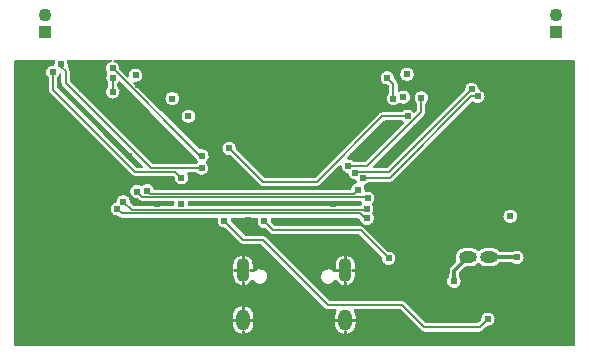
<source format=gbl>
G04 Layer: BottomLayer*
G04 EasyEDA Pro v2.2.40.8, 2025-08-10 13:50:58*
G04 Gerber Generator version 0.3*
G04 Scale: 100 percent, Rotated: No, Reflected: No*
G04 Dimensions in millimeters*
G04 Leading zeros omitted, absolute positions, 4 integers and 5 decimals*
G04 Generated by one-click*
%FSLAX45Y45*%
%MOMM*%
%ADD10C,0.2032*%
%ADD11C,0.254*%
%ADD12R,1.1X1.1*%
%ADD13C,1.1*%
%ADD14O,1.1X2.0*%
%ADD15O,1.2X1.8*%
%ADD16O,1.5X1.0*%
%ADD17C,0.61*%
%ADD18C,0.1523*%
%ADD19C,0.154*%
%ADD20C,0.2*%
%ADD21C,0.3*%
G75*


G04 Copper Start*
G36*
G01X-2364186Y944834D02*
G01X-2034849Y944834D01*
G01X-2038825Y934519D01*
G01X-2041032Y923686D01*
G01X-2041408Y912637D01*
G01X-2055165Y912162D01*
G01X-2068527Y908858D01*
G01X-2080919Y902866D01*
G01X-2091807Y894444D01*
G01X-2100722Y883957D01*
G01X-2107280Y871855D01*
G01X-2111198Y858659D01*
G01X-2112308Y844939D01*
G01X-2110561Y831286D01*
G01X-2106033Y818287D01*
G01X-2098919Y806503D01*
G01X-2089525Y796442D01*
G01X-2089525Y701014D01*
G01X-2088043Y689752D01*
G01X-2083696Y679257D01*
G01X-2076780Y670245D01*
G01X-1380766Y-25769D01*
G01X-1371754Y-32684D01*
G01X-1361260Y-37031D01*
G01X-1349997Y-38514D01*
G01X-1025479Y-38514D01*
G01X-1023630Y-40363D01*
G01X-1022863Y-56030D01*
G01X-1018438Y-71079D01*
G01X-1010602Y-84667D01*
G01X-999794Y-96035D01*
G01X-986619Y-104546D01*
G01X-971812Y-109724D01*
G01X-956204Y-111280D01*
G01X-940667Y-109127D01*
G01X-926070Y-103384D01*
G01X-913231Y-94373D01*
G01X-902867Y-82599D01*
G01X-895558Y-68720D01*
G01X-891714Y-53513D01*
G01X-891549Y-37828D01*
G01X-895073Y-22544D01*
G01X-902088Y-8514D01*
G01X-835039Y-8514D01*
G01X-823432Y-19041D01*
G01X-809678Y-26551D01*
G01X-794546Y-30623D01*
G01X-778882Y-31031D01*
G01X-763558Y-27753D01*
G01X-749432Y-20970D01*
G01X-737292Y-11062D01*
G01X-727816Y1418D01*
G01X-721533Y15774D01*
G01X-718793Y31203D01*
G01X-719751Y46843D01*
G01X-724351Y61823D01*
G01X-732338Y75305D01*
G01X-743266Y86536D01*
G01X-731949Y97078D01*
G01X-723382Y109954D01*
G01X-718030Y124465D01*
G01X-716185Y139821D01*
G01X-717947Y155186D01*
G01X-723220Y169726D01*
G01X-731718Y182648D01*
G01X-742978Y193251D01*
G01X-756388Y200957D01*
G01X-771218Y205347D01*
G01X-786662Y206183D01*
G01X-801879Y203419D01*
G01X-1073460Y474999D01*
G01X-963812Y474999D01*
G01X-961885Y459129D01*
G01X-956216Y444181D01*
G01X-947135Y431025D01*
G01X-935169Y420424D01*
G01X-921013Y412994D01*
G01X-905491Y409168D01*
G01X-889505Y409168D01*
G01X-873983Y412994D01*
G01X-859827Y420424D01*
G01X-847861Y431025D01*
G01X-838780Y444181D01*
G01X-833111Y459129D01*
G01X-831184Y474999D01*
G01X-833111Y490869D01*
G01X-838780Y505817D01*
G01X-847861Y518973D01*
G01X-859827Y529574D01*
G01X-873983Y537004D01*
G01X-889505Y540830D01*
G01X-905491Y540830D01*
G01X-921013Y537004D01*
G01X-935169Y529574D01*
G01X-947135Y518973D01*
G01X-956216Y505817D01*
G01X-961885Y490869D01*
G01X-963812Y474999D01*
G01X-963812Y474999D01*
G01X-1073460Y474999D01*
G01X-1223951Y625490D01*
G01X-1101312Y625490D01*
G01X-1099385Y609620D01*
G01X-1093716Y594673D01*
G01X-1084635Y581516D01*
G01X-1072669Y570915D01*
G01X-1058513Y563486D01*
G01X-1042991Y559660D01*
G01X-1027005Y559660D01*
G01X-1011483Y563486D01*
G01X-997327Y570915D01*
G01X-985361Y581516D01*
G01X-976280Y594673D01*
G01X-970611Y609620D01*
G01X-968684Y625490D01*
G01X-970611Y641360D01*
G01X-976280Y656308D01*
G01X-985361Y669465D01*
G01X-997327Y680066D01*
G01X-1011483Y687495D01*
G01X-1027005Y691321D01*
G01X-1042991Y691321D01*
G01X-1058513Y687495D01*
G01X-1072669Y680066D01*
G01X-1084635Y669465D01*
G01X-1093716Y656308D01*
G01X-1099385Y641360D01*
G01X-1101312Y625490D01*
G01X-1101312Y625490D01*
G01X-1223951Y625490D01*
G01X-1355690Y757229D01*
G01X-1340559Y756510D01*
G01X-1325660Y759243D01*
G01X-1311770Y765286D01*
G01X-1299614Y774324D01*
G01X-1289825Y785884D01*
G01X-1282916Y799364D01*
G01X-1281801Y803828D01*
G01X719027Y803828D01*
G01X720047Y787813D01*
G01X724885Y772512D01*
G01X733257Y758821D01*
G01X744672Y747543D01*
G01X758462Y739336D01*
G01X773820Y734682D01*
G01X789846Y733854D01*
G01X793984Y729716D01*
G01X793984Y675040D01*
G01X793984Y675040D01*
G01X783594Y663623D01*
G01X776124Y650114D01*
G01X771981Y635244D01*
G01X771387Y619819D01*
G01X774376Y604674D01*
G01X780785Y590631D01*
G01X790268Y578450D01*
G01X802309Y568791D01*
G01X816258Y562178D01*
G01X831358Y558970D01*
G01X846790Y559339D01*
G01X861719Y563266D01*
G01X875335Y570538D01*
G01X886901Y580762D01*
G01X901445Y573816D01*
G01X917235Y570584D01*
G01X933338Y571257D01*
G01X948804Y575795D01*
G01X962717Y583930D01*
G01X974258Y595181D01*
G01X982743Y608883D01*
G01X987672Y624228D01*
G01X988754Y640309D01*
G01X985924Y656176D01*
G01X979350Y670892D01*
G01X969421Y683587D01*
G01X956721Y693511D01*
G01X942003Y700079D01*
G01X926135Y702903D01*
G01X910055Y701814D01*
G01X894712Y696879D01*
G01X881012Y688388D01*
G01X881012Y747740D01*
G01X879530Y759002D01*
G01X875183Y769497D01*
G01X868267Y778509D01*
G01X851384Y795392D01*
G01X850556Y811418D01*
G01X845902Y826776D01*
G01X844077Y829842D01*
G01X886444Y829842D01*
G01X888371Y813972D01*
G01X894039Y799025D01*
G01X903121Y785868D01*
G01X915087Y775267D01*
G01X929242Y767838D01*
G01X944764Y764012D01*
G01X960751Y764012D01*
G01X976273Y767838D01*
G01X990428Y775267D01*
G01X1002394Y785868D01*
G01X1011476Y799025D01*
G01X1017145Y813972D01*
G01X1019072Y829842D01*
G01X1017145Y845712D01*
G01X1011476Y860660D01*
G01X1002394Y873817D01*
G01X990428Y884418D01*
G01X976273Y891847D01*
G01X960751Y895673D01*
G01X944764Y895673D01*
G01X929242Y891847D01*
G01X915087Y884418D01*
G01X903121Y873817D01*
G01X894039Y860660D01*
G01X888371Y845712D01*
G01X886444Y829842D01*
G01X886444Y829842D01*
G01X844077Y829842D01*
G01X837695Y840566D01*
G01X826416Y851981D01*
G01X812726Y860353D01*
G01X797425Y865191D01*
G01X781410Y866211D01*
G01X765619Y863355D01*
G01X750976Y856789D01*
G01X738339Y846898D01*
G01X728449Y834261D01*
G01X721883Y819619D01*
G01X719027Y803828D01*
G01X-1281801Y803828D01*
G01X-1279245Y814060D01*
G01X-1279006Y829206D01*
G01X-1282209Y844011D01*
G01X-1288689Y857702D01*
G01X-1298106Y869567D01*
G01X-1309970Y878984D01*
G01X-1323662Y885464D01*
G01X-1338467Y888667D01*
G01X-1353613Y888428D01*
G01X-1368309Y884757D01*
G01X-1381789Y877847D01*
G01X-1393349Y868059D01*
G01X-1402386Y855903D01*
G01X-1408429Y842013D01*
G01X-1411163Y827114D01*
G01X-1410444Y811983D01*
G01X-1473844Y875383D01*
G01X-1474622Y891119D01*
G01X-1479091Y906228D01*
G01X-1486998Y919856D01*
G01X-1497896Y931234D01*
G01X-1511172Y939720D01*
G01X-1526074Y944834D01*
G01X2364186Y944834D01*
G01X2364186Y-1464186D01*
G01X-2364186Y-1464186D01*
G01X-2364186Y-1220013D01*
G01X-530825Y-1220013D01*
G01X-530825Y-1280013D01*
G01X-528984Y-1298706D01*
G01X-523532Y-1316680D01*
G01X-514678Y-1333245D01*
G01X-502762Y-1347764D01*
G01X-488243Y-1359680D01*
G01X-471678Y-1368534D01*
G01X-453704Y-1373986D01*
G01X-435011Y-1375827D01*
G01X-416319Y-1373986D01*
G01X-398345Y-1368534D01*
G01X-381780Y-1359680D01*
G01X-367261Y-1347764D01*
G01X-355345Y-1333245D01*
G01X-346491Y-1316680D01*
G01X-341038Y-1298706D01*
G01X-339197Y-1280013D01*
G01X-339197Y-1220013D01*
G01X-341038Y-1201321D01*
G01X-346491Y-1183347D01*
G01X-355345Y-1166782D01*
G01X-367261Y-1152263D01*
G01X-381780Y-1140347D01*
G01X-398345Y-1131493D01*
G01X-416319Y-1126041D01*
G01X-435011Y-1124200D01*
G01X-453704Y-1126041D01*
G01X-471678Y-1131493D01*
G01X-488243Y-1140347D01*
G01X-502762Y-1152263D01*
G01X-514678Y-1166782D01*
G01X-523532Y-1183347D01*
G01X-528984Y-1201321D01*
G01X-530825Y-1220013D01*
G01X-530825Y-1220013D01*
G01X-2364186Y-1220013D01*
G01X-2364186Y-784999D01*
G01X-525825Y-784999D01*
G01X-525825Y-874999D01*
G01X-523906Y-893570D01*
G01X-518230Y-911355D01*
G01X-509037Y-927605D01*
G01X-496715Y-941631D01*
G01X-481785Y-952841D01*
G01X-464879Y-960761D01*
G01X-446710Y-965056D01*
G01X-428047Y-965545D01*
G01X-409678Y-962208D01*
G01X-392380Y-955185D01*
G01X-376884Y-944772D01*
G01X-363844Y-931411D01*
G01X-353812Y-915666D01*
G01X-344507Y-928977D01*
G01X-332415Y-939818D01*
G01X-318171Y-947619D01*
G01X-302524Y-951970D01*
G01X-286298Y-952642D01*
G01X-270345Y-949599D01*
G01X-255505Y-943002D01*
G01X-242558Y-933198D01*
G01X-232185Y-920702D01*
G01X-224932Y-906171D01*
G01X-221180Y-890370D01*
G01X-221127Y-874129D01*
G01X-224775Y-858304D01*
G01X-231932Y-843726D01*
G01X-242222Y-831162D01*
G01X-255104Y-821272D01*
G01X-269901Y-814578D01*
G01X-285833Y-811430D01*
G01X-302064Y-811995D01*
G01X-317739Y-816243D01*
G01X-332034Y-823950D01*
G01X-344197Y-834712D01*
G01X-344197Y-784999D01*
G01X-344197Y-784999D01*
G01X-346182Y-766118D01*
G01X-352049Y-748062D01*
G01X-361541Y-731620D01*
G01X-374245Y-717511D01*
G01X-389604Y-706352D01*
G01X-406948Y-698630D01*
G01X-425519Y-694683D01*
G01X-444504Y-694683D01*
G01X-463074Y-698630D01*
G01X-480418Y-706352D01*
G01X-495778Y-717511D01*
G01X-508481Y-731620D01*
G01X-517974Y-748062D01*
G01X-523841Y-766118D01*
G01X-525825Y-784999D01*
G01X-2364186Y-784999D01*
G01X-2364186Y-305555D01*
G01X-1566161Y-305555D01*
G01X-1565601Y-319671D01*
G01X-1562063Y-333348D01*
G01X-1555709Y-345966D01*
G01X-1546826Y-356951D01*
G01X-1535817Y-365805D01*
G01X-1523183Y-372126D01*
G01X-1509497Y-375628D01*
G01X-1495379Y-376151D01*
G01X-1493261Y-378269D01*
G01X-1484249Y-385184D01*
G01X-1473755Y-389531D01*
G01X-1462493Y-391013D01*
G01X-658537Y-391013D01*
G01X-661233Y-406750D01*
G01X-660090Y-422676D01*
G01X-655174Y-437866D01*
G01X-646769Y-451441D01*
G01X-635363Y-462614D01*
G01X-621618Y-470736D01*
G01X-606329Y-475338D01*
G01X-590384Y-476152D01*
G01X-463268Y-603268D01*
G01X-454256Y-610183D01*
G01X-443761Y-614530D01*
G01X-432499Y-616013D01*
G01X-288024Y-616013D01*
G01X249230Y-1153267D01*
G01X258242Y-1160182D01*
G01X268737Y-1164529D01*
G01X279999Y-1166012D01*
G01X350840Y-1166012D01*
G01X341704Y-1182775D01*
G01X336074Y-1201017D01*
G01X334172Y-1220013D01*
G01X334172Y-1280013D01*
G01X336013Y-1298706D01*
G01X341465Y-1316680D01*
G01X350319Y-1333245D01*
G01X362235Y-1347764D01*
G01X376754Y-1359680D01*
G01X393319Y-1368534D01*
G01X411293Y-1373986D01*
G01X429986Y-1375827D01*
G01X448678Y-1373986D01*
G01X466652Y-1368534D01*
G01X483217Y-1359680D01*
G01X497736Y-1347764D01*
G01X509652Y-1333245D01*
G01X518506Y-1316680D01*
G01X523959Y-1298706D01*
G01X525800Y-1280013D01*
G01X525800Y-1220013D01*
G01X523898Y-1201017D01*
G01X518267Y-1182775D01*
G01X509132Y-1166012D01*
G01X890056Y-1166012D01*
G01X1067310Y-1343266D01*
G01X1076322Y-1350182D01*
G01X1086817Y-1354529D01*
G01X1098079Y-1356011D01*
G01X1567497Y-1356011D01*
G01X1578759Y-1354529D01*
G01X1589254Y-1350182D01*
G01X1598266Y-1343266D01*
G01X1632882Y-1308651D01*
G01X1648908Y-1307822D01*
G01X1664265Y-1303169D01*
G01X1678055Y-1294962D01*
G01X1689471Y-1283683D01*
G01X1697842Y-1269993D01*
G01X1702680Y-1254692D01*
G01X1703701Y-1238677D01*
G01X1700844Y-1222886D01*
G01X1694279Y-1208243D01*
G01X1684388Y-1195606D01*
G01X1671751Y-1185716D01*
G01X1657108Y-1179150D01*
G01X1641317Y-1176294D01*
G01X1625302Y-1177314D01*
G01X1610002Y-1182152D01*
G01X1596311Y-1190524D01*
G01X1585032Y-1201939D01*
G01X1576825Y-1215729D01*
G01X1572172Y-1231087D01*
G01X1571343Y-1247113D01*
G01X1549473Y-1268983D01*
G01X1116104Y-1268983D01*
G01X938849Y-1091729D01*
G01X929837Y-1084814D01*
G01X919342Y-1080466D01*
G01X908080Y-1078984D01*
G01X298024Y-1078984D01*
G01X93177Y-874138D01*
G01X216126Y-874138D01*
G01X216181Y-890375D01*
G01X216181Y-890375D01*
G01X219933Y-906173D01*
G01X227185Y-920701D01*
G01X237555Y-933195D01*
G01X250499Y-942999D01*
G01X265336Y-949596D01*
G01X281285Y-952641D01*
G01X297509Y-951973D01*
G01X313154Y-947626D01*
G01X327398Y-939831D01*
G01X339491Y-928995D01*
G01X348799Y-915690D01*
G01X358834Y-931431D01*
G01X371876Y-944787D01*
G01X387373Y-955194D01*
G01X404671Y-962213D01*
G01X423038Y-965547D01*
G01X441699Y-965054D01*
G01X459866Y-960756D01*
G01X476769Y-952835D01*
G01X491696Y-941625D01*
G01X504015Y-927600D01*
G01X510284Y-916517D01*
G01X1283954Y-916517D01*
G01X1284297Y-931502D01*
G01X1287998Y-946027D01*
G01X1294866Y-959351D01*
G01X1304551Y-970791D01*
G01X1316558Y-979764D01*
G01X1330273Y-985811D01*
G01X1344996Y-988623D01*
G01X1359974Y-988057D01*
G01X1374443Y-984142D01*
G01X1387663Y-977077D01*
G01X1398958Y-967224D01*
G01X1407752Y-955085D01*
G01X1413596Y-941282D01*
G01X1416189Y-926519D01*
G01X1415401Y-911550D01*
G01X1411272Y-897141D01*
G01X1404012Y-884027D01*
G01X1404012Y-853946D01*
G01X1454645Y-803313D01*
G01X1493597Y-803313D01*
G01X1511485Y-801427D01*
G01X1528588Y-795855D01*
G01X1544153Y-786839D01*
G01X1557497Y-774777D01*
G01X1570841Y-786839D01*
G01X1586406Y-795855D01*
G01X1603508Y-801427D01*
G01X1621397Y-803313D01*
G01X1671397Y-803313D01*
G01X1687386Y-801810D01*
G01X1702815Y-797354D01*
G01X1717144Y-790102D01*
G01X1729870Y-780307D01*
G01X1740549Y-768313D01*
G01X1837073Y-768313D01*
G01X1849091Y-777284D01*
G01X1862819Y-783326D01*
G01X1877553Y-786128D01*
G01X1892539Y-785548D01*
G01X1907012Y-781614D01*
G01X1920232Y-774529D01*
G01X1931520Y-764655D01*
G01X1940302Y-752496D01*
G01X1946126Y-738675D01*
G01X1948695Y-723899D01*
G01X1947879Y-708923D01*
G01X1943718Y-694514D01*
G01X1936425Y-681408D01*
G01X1926374Y-670277D01*
G01X1914079Y-661688D01*
G01X1900168Y-656082D01*
G01X1885353Y-653746D01*
G01X1870392Y-654799D01*
G01X1856050Y-659186D01*
G01X1843061Y-666685D01*
G01X1740549Y-666685D01*
G01X1729870Y-654690D01*
G01X1717144Y-644895D01*
G01X1702815Y-637643D01*
G01X1687386Y-633187D01*
G01X1671397Y-631685D01*
G01X1621397Y-631685D01*
G01X1603508Y-633570D01*
G01X1586406Y-639142D01*
G01X1570841Y-648158D01*
G01X1557497Y-660220D01*
G01X1544153Y-648158D01*
G01X1528588Y-639142D01*
G01X1511485Y-633570D01*
G01X1493597Y-631685D01*
G01X1443597Y-631685D01*
G01X1426887Y-633327D01*
G01X1410817Y-638192D01*
G01X1396001Y-646093D01*
G01X1383008Y-656728D01*
G01X1372335Y-669689D01*
G01X1364389Y-684481D01*
G01X1359476Y-700536D01*
G01X1357783Y-717241D01*
G01X1359376Y-733956D01*
G01X1364193Y-750041D01*
G01X1317267Y-796967D01*
G01X1309192Y-807491D01*
G01X1304115Y-819746D01*
G01X1302384Y-832898D01*
G01X1302384Y-876341D01*
G01X1302384Y-876341D01*
G01X1293234Y-888213D01*
G01X1286984Y-901837D01*
G01X1283954Y-916517D01*
G01X510284Y-916517D01*
G01X513206Y-911352D01*
G01X518881Y-893568D01*
G01X520800Y-874999D01*
G01X520800Y-784999D01*
G01X518815Y-766118D01*
G01X512948Y-748062D01*
G01X503456Y-731620D01*
G01X490752Y-717511D01*
G01X475393Y-706352D01*
G01X458049Y-698630D01*
G01X439478Y-694683D01*
G01X420493Y-694683D01*
G01X401923Y-698630D01*
G01X384579Y-706352D01*
G01X369219Y-717511D01*
G01X356516Y-731620D01*
G01X347023Y-748062D01*
G01X341156Y-766118D01*
G01X339172Y-784999D01*
G01X339172Y-834683D01*
G01X327005Y-823930D01*
G01X312709Y-816231D01*
G01X297035Y-811991D01*
G01X280807Y-811432D01*
G01X264879Y-814585D01*
G01X250087Y-821283D01*
G01X237210Y-831174D01*
G01X226924Y-843738D01*
G01X219771Y-858315D01*
G01X216126Y-874138D01*
G01X93177Y-874138D01*
G01X-239230Y-541730D01*
G01X-248242Y-534815D01*
G01X-258737Y-530468D01*
G01X-269999Y-528985D01*
G01X-414475Y-528985D01*
G01X-528846Y-414614D01*
G01X-529088Y-402696D01*
G01X-531461Y-391013D01*
G01X-316824Y-391013D01*
G01X-320601Y-405306D01*
G01X-321119Y-420080D01*
G01X-318350Y-434602D01*
G01X-312433Y-448150D01*
G01X-303662Y-460050D01*
G01X-292472Y-469711D01*
G01X-279420Y-476653D01*
G01X-265155Y-480531D01*
G01X-250384Y-481152D01*
G01X-210769Y-520768D01*
G01X-201757Y-527683D01*
G01X-191262Y-532030D01*
G01X-180000Y-533513D01*
G01X541975Y-533513D01*
G01X731345Y-722883D01*
G01X732173Y-738909D01*
G01X736827Y-754267D01*
G01X745034Y-768057D01*
G01X756313Y-779472D01*
G01X770003Y-787844D01*
G01X785304Y-792682D01*
G01X801319Y-793702D01*
G01X817110Y-790846D01*
G01X831753Y-784280D01*
G01X844390Y-774390D01*
G01X854280Y-761753D01*
G01X860846Y-747110D01*
G01X863702Y-731319D01*
G01X862682Y-715304D01*
G01X857844Y-700003D01*
G01X849472Y-686313D01*
G01X838057Y-675034D01*
G01X824267Y-666827D01*
G01X808909Y-662173D01*
G01X792883Y-661345D01*
G01X590768Y-459230D01*
G01X581756Y-452315D01*
G01X571261Y-447968D01*
G01X559999Y-446485D01*
G01X-161976Y-446485D01*
G01X-188846Y-419614D01*
G01X-189432Y-405075D01*
G01X-193175Y-391013D01*
G01X532696Y-391013D01*
G01X551814Y-410132D01*
G01X557726Y-423428D01*
G01X566396Y-435114D01*
G01X577405Y-444628D01*
G01X590225Y-451512D01*
G01X604237Y-455435D01*
G01X618767Y-456206D01*
G01X633116Y-453791D01*
G01X646593Y-448303D01*
G01X658548Y-440009D01*
G01X668407Y-429307D01*
G01X675694Y-416713D01*
G01X680059Y-402832D01*
G01X681292Y-388333D01*
G01X679332Y-373915D01*
G01X678833Y-372567D01*
G01X1761182Y-372567D01*
G01X1763109Y-388437D01*
G01X1768778Y-403385D01*
G01X1777860Y-416541D01*
G01X1789826Y-427142D01*
G01X1803981Y-434572D01*
G01X1819503Y-438398D01*
G01X1835490Y-438398D01*
G01X1851012Y-434572D01*
G01X1865167Y-427142D01*
G01X1877133Y-416541D01*
G01X1886215Y-403385D01*
G01X1891884Y-388437D01*
G01X1893811Y-372567D01*
G01X1891884Y-356697D01*
G01X1886215Y-341749D01*
G01X1877133Y-328593D01*
G01X1865167Y-317992D01*
G01X1851012Y-310562D01*
G01X1835490Y-306736D01*
G01X1819503Y-306736D01*
G01X1803981Y-310562D01*
G01X1789826Y-317992D01*
G01X1777860Y-328593D01*
G01X1768778Y-341749D01*
G01X1763109Y-356697D01*
G01X1761182Y-372567D01*
G01X1761182Y-372567D01*
G01X678833Y-372567D01*
G01X674276Y-360271D01*
G01X666365Y-348058D01*
G01X672772Y-335799D01*
G01X676496Y-322478D01*
G01X677376Y-308673D01*
G01X675372Y-294987D01*
G01X670574Y-282014D01*
G01X663188Y-270318D01*
G01X673290Y-259472D01*
G01X680732Y-246654D01*
G01X685140Y-232502D01*
G01X686295Y-217725D01*
G01X684139Y-203061D01*
G01X678779Y-189242D01*
G01X670484Y-176958D01*
G01X659668Y-166824D01*
G01X646871Y-159345D01*
G01X632733Y-154895D01*
G01X617960Y-153697D01*
G01X603289Y-155810D01*
G01X603445Y-140528D01*
G01X600098Y-125616D01*
G01X593426Y-111867D01*
G01X606145Y-107300D01*
G01X617674Y-100250D01*
G01X627535Y-91009D01*
G01X805003Y-91009D01*
G01X816266Y-89526D01*
G01X826760Y-85179D01*
G01X835773Y-78264D01*
G01X1508192Y594156D01*
G01X1520533Y585513D01*
G01X1534505Y579878D01*
G01X1549389Y577543D01*
G01X1564416Y578628D01*
G01X1578810Y583076D01*
G01X1591829Y590659D01*
G01X1602800Y600985D01*
G01X1611157Y613520D01*
G01X1616469Y627618D01*
G01X1618462Y642552D01*
G01X1617032Y657550D01*
G01X1612254Y671838D01*
G01X1604374Y684679D01*
G01X1593799Y695410D01*
G01X1581075Y703477D01*
G01X1566858Y708464D01*
G01X1563927Y722931D01*
G01X1557867Y736391D01*
G01X1548980Y748177D01*
G01X1537706Y757706D01*
G01X1524603Y764504D01*
G01X1510321Y768235D01*
G01X1495568Y768715D01*
G01X1481074Y765919D01*
G01X1467557Y759986D01*
G01X1455688Y751210D01*
G01X1446054Y740025D01*
G01X1439133Y726987D01*
G01X1435268Y712741D01*
G01X1434650Y697993D01*
G01X786077Y49420D01*
G01X675956Y49420D01*
G01X1104219Y477682D01*
G01X1111134Y486694D01*
G01X1115481Y497189D01*
G01X1116964Y508451D01*
G01X1116964Y580910D01*
G01X1127710Y592828D01*
G01X1135279Y606978D01*
G01X1139227Y622532D01*
G01X1139324Y638579D01*
G01X1135562Y654179D01*
G01X1128164Y668420D01*
G01X1117561Y680465D01*
G01X1104376Y689612D01*
G01X1089379Y695323D01*
G01X1073450Y697265D01*
G01X1057520Y695323D01*
G01X1042524Y689612D01*
G01X1029338Y680465D01*
G01X1018736Y668420D01*
G01X1011337Y654179D01*
G01X1007576Y638579D01*
G01X1007672Y622532D01*
G01X1011620Y606978D01*
G01X1019189Y592828D01*
G01X1029936Y580910D01*
G01X1029936Y526475D01*
G01X1014212Y510751D01*
G01X1004486Y522621D01*
G01X992293Y531937D01*
G01X978284Y538202D01*
G01X963211Y541079D01*
G01X947880Y540414D01*
G01X933113Y536244D01*
G01X919699Y528790D01*
G01X908358Y518454D01*
G01X744939Y518454D01*
G01X733677Y516971D01*
G01X723182Y512624D01*
G01X714170Y505709D01*
G01X171976Y-36486D01*
G01X-251975Y-36486D01*
G01X-486345Y197885D01*
G01X-487174Y213910D01*
G01X-491828Y229268D01*
G01X-500034Y243058D01*
G01X-511313Y254474D01*
G01X-525004Y262845D01*
G01X-540304Y267683D01*
G01X-556319Y268704D01*
G01X-572110Y265847D01*
G01X-586753Y259282D01*
G01X-599390Y249391D01*
G01X-609281Y236754D01*
G01X-615847Y222111D01*
G01X-618703Y206320D01*
G01X-617682Y190305D01*
G01X-612844Y175005D01*
G01X-604473Y161314D01*
G01X-593058Y150035D01*
G01X-579267Y141828D01*
G01X-563910Y137175D01*
G01X-547884Y136346D01*
G01X-300769Y-110769D01*
G01X-291756Y-117684D01*
G01X-281262Y-122031D01*
G01X-269999Y-123514D01*
G01X190000Y-123514D01*
G01X201262Y-122031D01*
G01X211757Y-117684D01*
G01X220769Y-110769D01*
G01X388852Y57314D01*
G01X389364Y42991D01*
G01X392941Y29112D01*
G01X399418Y16326D01*
G01X408490Y5230D01*
G01X419735Y-3658D01*
G01X432626Y-9921D01*
G01X446562Y-13269D01*
G01X450778Y-29001D01*
G01X458702Y-43231D01*
G01X469854Y-55100D01*
G01X483564Y-63893D01*
G01X499003Y-69079D01*
G01X515241Y-70346D01*
G01X521566Y-83126D01*
G01X507176Y-88522D01*
G01X494415Y-97085D01*
G01X483968Y-108356D01*
G01X476395Y-121729D01*
G01X472105Y-136486D01*
G01X-1183937Y-136486D01*
G01X-1189053Y-123656D01*
G01X-1196716Y-112164D01*
G01X-1206593Y-102509D01*
G01X-1218255Y-95110D01*
G01X-1231198Y-90287D01*
G01X-1244859Y-88249D01*
G01X-1258646Y-89086D01*
G01X-1271960Y-92760D01*
G01X-1284225Y-99113D01*
G01X-1294907Y-107869D01*
G01X-1308869Y-100538D01*
G01X-1324168Y-96711D01*
G01X-1339937Y-96605D01*
G01X-1355286Y-100225D01*
G01X-1369346Y-107367D01*
G01X-1381322Y-117626D01*
G01X-1390537Y-130424D01*
G01X-1396470Y-145035D01*
G01X-1398785Y-160634D01*
G01X-1397351Y-176339D01*
G01X-1392249Y-191261D01*
G01X-1383769Y-204556D01*
G01X-1372389Y-215473D01*
G01X-1358753Y-223395D01*
G01X-1343632Y-227873D01*
G01X-1327882Y-228653D01*
G01X-1317866Y-238669D01*
G01X-1308854Y-245584D01*
G01X-1298359Y-249931D01*
G01X-1287097Y-251414D01*
G01X-1024073Y-251414D01*
G01X-1024073Y-251414D01*
G01X-1026210Y-264823D01*
G01X-1025571Y-278385D01*
G01X-1355966Y-278385D01*
G01X-1382237Y-252115D01*
G01X-1382895Y-237106D01*
G01X-1386916Y-222630D01*
G01X-1394091Y-209431D01*
G01X-1404053Y-198186D01*
G01X-1416291Y-189472D01*
G01X-1430176Y-183736D01*
G01X-1444996Y-181272D01*
G01X-1459990Y-182208D01*
G01X-1474389Y-186494D01*
G01X-1487453Y-193912D01*
G01X-1498513Y-204080D01*
G01X-1507000Y-216476D01*
G01X-1512479Y-230465D01*
G01X-1514668Y-245328D01*
G01X-1528034Y-249903D01*
G01X-1540128Y-257206D01*
G01X-1550400Y-266904D01*
G01X-1558384Y-278559D01*
G01X-1563719Y-291640D01*
G01X-1566161Y-305555D01*
G01X-2364186Y-305555D01*
G01X-2364186Y944834D01*
G37*
G36*
G01X567948Y-261042D02*
G01X560030Y-269100D01*
G01X553594Y-278385D01*
G01X-894425Y-278385D01*
G01X-893786Y-264823D01*
G01X-895923Y-251414D01*
G01X561629Y-251414D01*
G01X567948Y-261042D01*
G37*
G36*
G01X908358Y431426D02*
G01X915034Y424769D01*
G01X922587Y419126D01*
G01X599482Y96021D01*
G01X505032Y96021D01*
G01X493692Y106357D01*
G01X480280Y113810D01*
G01X465514Y117981D01*
G01X450185Y118647D01*
G01X762963Y431426D01*
G01X908358Y431426D01*
G37*
G36*
G01X-2002497Y796442D02*
G01X-1992682Y807069D01*
G01X-1985404Y819571D01*
G01X-1981010Y833354D01*
G01X-1981010Y754998D01*
G01X-1979527Y743736D01*
G01X-1975180Y733241D01*
G01X-1968265Y724229D01*
G01X-1292550Y48514D01*
G01X-1331973Y48514D01*
G01X-2002497Y719038D01*
G01X-2002497Y796442D01*
G37*
G36*
G01X-1912553Y894093D02*
G01X-1909497Y906749D01*
G01X-1908973Y919757D01*
G01X-1911000Y932618D01*
G01X-1915501Y944834D01*
G01X-1553920Y944834D01*
G01X-1566698Y940699D01*
G01X-1578382Y934074D01*
G01X-1588491Y925230D01*
G01X-1596610Y914531D01*
G01X-1602407Y902415D01*
G01X-1605644Y889380D01*
G01X-1606188Y875960D01*
G01X-1604017Y862705D01*
G01X-1599219Y850160D01*
G01X-1591992Y838839D01*
G01X-1599101Y825179D01*
G01X-1602868Y810248D01*
G01X-1603089Y794850D01*
G01X-1599753Y779816D01*
G01X-1593040Y765958D01*
G01X-1583311Y754021D01*
G01X-1583311Y730443D01*
G01X-1593319Y718296D01*
G01X-1600182Y704134D01*
G01X-1603515Y688752D01*
G01X-1603130Y673019D01*
G01X-1599047Y657819D01*
G01X-1591498Y644009D01*
G01X-1580907Y632368D01*
G01X-1567871Y623550D01*
G01X-1553124Y618052D01*
G01X-1537497Y616185D01*
G01X-1521870Y618052D01*
G01X-1507123Y623550D01*
G01X-1494087Y632368D01*
G01X-1483496Y644009D01*
G01X-1475946Y657819D01*
G01X-1471864Y673019D01*
G01X-1471478Y688752D01*
G01X-1474811Y704134D01*
G01X-1481675Y718296D01*
G01X-1491683Y730443D01*
G01X-1491683Y753300D01*
G01X-1483762Y762225D01*
G01X-847257Y125720D01*
G01X-842457Y111670D01*
G01X-834651Y99040D01*
G01X-824231Y88464D01*
G01X-835039Y78514D01*
G01X-1199473Y78514D01*
G01X-1893982Y773023D01*
G01X-1893982Y857498D01*
G01X-1895465Y868761D01*
G01X-1899812Y879256D01*
G01X-1906727Y888268D01*
G01X-1912553Y894093D01*
G37*
G54D10*
G01X-2364186Y944834D02*
G01X-2034849Y944834D01*
G03X-2041408Y912637I59674J-28924D01*
G03X-2107280Y871855I-4603J-66154D01*
G03X-2089525Y796442I61269J-25372D01*
G01X-2089525Y701014D01*
G03X-2076780Y670245I43514J0D01*
G01X-1380766Y-25769D01*
G03X-1349997Y-38514I30769J30769D01*
G01X-1025479Y-38514D01*
G01X-1023630Y-40363D01*
G03X-940667Y-109127I66153J-4615D01*
G03X-902088Y-8514I-16810J64148D01*
G01X-835039Y-8514D01*
G03X-737292Y-11062I50041J43514D01*
G03X-743266Y86536I-47706J46062D01*
G03X-723220Y169726I-39232J53464D01*
G03X-801879Y203419I-59278J-29726D01*
G01X-1355690Y757229D01*
G03X-1298106Y869567I10692J65446D01*
G03X-1410444Y811983I-46891J-46891D01*
G01X-1473844Y875383D01*
G03X-1526074Y944834I-66153J4615D01*
G01X2364186Y944834D01*
G01X2364186Y-1464186D01*
G01X-2364186Y-1464186D01*
G01X-2364186Y944834D01*
G01X-1024073Y-251414D02*
G03X-1026210Y-264823I64075J-17085D01*
G03X-1025571Y-278385I66212J-3677D01*
G01X-1355966Y-278385D01*
G01X-1382237Y-252115D01*
G03X-1444996Y-181272I-66153J4615D01*
G03X-1514668Y-245328I-3394J-66227D01*
G03X-1565601Y-319671I14672J-64671D01*
G03X-1495379Y-376151I65605J9673D01*
G01X-1493261Y-378269D01*
G03X-1462493Y-391013I30768J30770D01*
G01X-658537Y-391013D01*
G03X-646769Y-451441I63538J-18986D01*
G03X-590384Y-476152I51770J41442D01*
G01X-463268Y-603268D01*
G03X-432499Y-616013I30769J30769D01*
G01X-288024Y-616013D01*
G01X249230Y-1153267D01*
G03X279999Y-1166012I30769J30769D01*
G01X350840Y-1166012D01*
G03X334172Y-1220013I79146J-54002D01*
G01X334172Y-1280013D01*
G03X525800Y-1280013I95814J0D01*
G01X525800Y-1220013D01*
G03X509132Y-1166012I-95814J0D01*
G01X890056Y-1166012D01*
G01X1067310Y-1343266D01*
G03X1098079Y-1356011I30769J30769D01*
G01X1567497Y-1356011D01*
G03X1598266Y-1343266I0J43514D01*
G01X1632882Y-1308651D01*
G03X1684388Y-1195606I4615J66153D01*
G03X1571343Y-1247113I-46891J-46891D01*
G01X1549473Y-1268983D01*
G01X1116104Y-1268983D01*
G01X938849Y-1091729D01*
G03X908080Y-1078984I-30769J-30769D01*
G01X298024Y-1078984D01*
G01X-239230Y-541730D01*
G03X-269999Y-528985I-30769J-30769D01*
G01X-414475Y-528985D01*
G01X-528846Y-414614D01*
G03X-529088Y-402696I-66153J4615D01*
G03X-531461Y-391013I-65911J-7303D01*
G01X-316824Y-391013D01*
G03X-250384Y-481152I61824J-23986D01*
G01X-210769Y-520768D01*
G03X-180000Y-533513I30769J30769D01*
G01X541975Y-533513D01*
G01X731345Y-722883D01*
G03X844390Y-774390I66153J-4615D01*
G03X792883Y-661345I-46891J46891D01*
G01X590768Y-459230D01*
G03X559999Y-446485I-30769J-30769D01*
G01X-161976Y-446485D01*
G01X-188846Y-419614D01*
G03X-193175Y-391013I-66153J4615D01*
G01X532696Y-391013D01*
G01X551814Y-410132D01*
G03X646593Y-448303I63184J20133D01*
G03X666365Y-348058I-31594J58304D01*
G03X663188Y-270318I-55248J36677D01*
G03X678779Y-189242I-43169J50339D01*
G03X603289Y-155810I-58760J-30737D01*
G03X593426Y-111867I-65791J8312D01*
G03X627535Y-91009I-15932J64372D01*
G01X805003Y-91009D01*
G03X835773Y-78264I0J43514D01*
G01X1508192Y594156D01*
G03X1611157Y613520I43967J49643D01*
G03X1566858Y708464I-58998J30279D01*
G03X1495568Y768715I-66055J-5856D01*
G03X1434650Y697993I5236J-66107D01*
G01X786077Y49420D01*
G01X675956Y49420D01*
G01X1104219Y477682D01*
G03X1116964Y508451I-30769J30769D01*
G01X1116964Y580910D01*
G03X1073450Y697265I-43514J50041D01*
G03X1029936Y580910I0J-66314D01*
G01X1029936Y526475D01*
G01X1014212Y510751D01*
G03X963211Y541079I-55813J-35811D01*
G03X908358Y518454I-4813J-66139D01*
G01X744939Y518454D01*
G03X714170Y505709I0J-43514D01*
G01X171976Y-36486D01*
G01X-251975Y-36486D01*
G01X-486345Y197885D01*
G03X-599390Y249391I-66153J4615D01*
G03X-547884Y136346I46891J-46891D01*
G01X-300769Y-110769D01*
G03X-269999Y-123514I30769J30769D01*
G01X190000Y-123514D01*
G03X220769Y-110769I0J43514D01*
G01X388852Y57314D01*
G03X446562Y-13269I66140J-4807D01*
G03X469854Y-55100I65677J9169D01*
G03X515241Y-70346I42385J51001D01*
G03X521566Y-83126I62253J22851D01*
G03X472105Y-136486I15932J-64372D01*
G01X-1183937Y-136486D01*
G03X-1231198Y-90287I-63820J-18014D01*
G03X-1294907Y-107869I-16559J-64213D01*
G03X-1396470Y-145035I-37590J-54631D01*
G03X-1327882Y-228653I63973J-17465D01*
G01X-1317866Y-238669D01*
G03X-1287097Y-251414I30769J30769D01*
G01X-1024073Y-251414D01*
G01X-1101312Y625490D02*
G03X-968684Y625490I66314J0D01*
G03X-1101312Y625490I-66314J0D01*
G01X-963812Y474999D02*
G03X-831184Y474999I66314J0D01*
G03X-963812Y474999I-66314J0D01*
G01X-530825Y-1220013D02*
G01X-530825Y-1280013D01*
G03X-339197Y-1280013I95814J0D01*
G01X-339197Y-1220013D01*
G03X-530825Y-1220013I-95814J0D01*
G01X-344197Y-784999D02*
G03X-525825Y-784999I-90814J0D01*
G01X-525825Y-874999D01*
G03X-353812Y-915666I90814J0D01*
G03X-221180Y-890370I62311J33648D01*
G03X-344197Y-834712I-70321J8352D01*
G01X-344197Y-784999D01*
G01X216181Y-890375D02*
G03X348799Y-915690I70320J8357D01*
G03X520800Y-874999I81187J40692D01*
G01X520800Y-784999D01*
G03X339172Y-784999I-90814J0D01*
G01X339172Y-834683D01*
G03X216181Y-890375I-52671J-47335D01*
G01X793984Y675040D02*
G03X790268Y578450I43514J-50041D01*
G03X886901Y580762I47231J46549D01*
G03X988754Y640309I35638J55924D01*
G03X881012Y688388I-66215J-3623D01*
G01X881012Y747740D01*
G03X868267Y778509I-43514J0D01*
G01X851384Y795392D01*
G03X738339Y846898I-66153J4615D01*
G03X789846Y733854I46891J-46891D01*
G01X793984Y729716D01*
G01X793984Y675040D01*
G01X886444Y829842D02*
G03X1019072Y829842I66314J0D01*
G03X886444Y829842I-66314J0D01*
G01X1302384Y-876341D02*
G03X1344996Y-988623I47614J-46157D01*
G03X1404012Y-884027I5001J66125D01*
G01X1404012Y-853946D01*
G01X1454645Y-803313D01*
G01X1493597Y-803313D01*
G03X1557497Y-774777I0J85814D01*
G03X1621397Y-803313I63900J57279D01*
G01X1671397Y-803313D01*
G03X1740549Y-768313I0J85814D01*
G01X1837073Y-768313D01*
G03X1948695Y-723899I45424J48314D01*
G03X1843061Y-666685I-66199J3901D01*
G01X1740549Y-666685D01*
G03X1671397Y-631685I-69152J-50814D01*
G01X1621397Y-631685D01*
G03X1557497Y-660220I0J-85814D01*
G03X1493597Y-631685I-63900J-57279D01*
G01X1443597Y-631685D01*
G03X1364193Y-750041I0J-85814D01*
G01X1317267Y-796967D01*
G03X1302384Y-832898I35931J-35931D01*
G01X1302384Y-876341D01*
G01X1761182Y-372567D02*
G03X1893811Y-372567I66314J0D01*
G03X1761182Y-372567I-66314J0D01*
G01X567948Y-261042D02*
G03X553594Y-278385I43169J-50339D01*
G01X-894425Y-278385D01*
G03X-893786Y-264823I-65573J9886D01*
G03X-895923Y-251414I-66212J-3677D01*
G01X561629Y-251414D01*
G03X567948Y-261042I58390J31435D01*
G01X908358Y431426D02*
G03X922587Y419126I50041J43514D01*
G01X599482Y96021D01*
G01X505032Y96021D01*
G03X450185Y118647I-50041J-43514D01*
G01X762963Y431426D01*
G01X908358Y431426D01*
G01X-2002497Y796442D02*
G03X-1981010Y833354I-43514J50041D01*
G01X-1981010Y754998D01*
G03X-1968265Y724229I43514J0D01*
G01X-1292550Y48514D01*
G01X-1331973Y48514D01*
G01X-2002497Y719038D01*
G01X-2002497Y796442D01*
G01X-1912553Y894093D02*
G03X-1915501Y944834I-62622J21817D01*
G01X-1553920Y944834D01*
G03X-1602407Y902415I13923J-64836D01*
G03X-1591992Y838839I62410J-22417D01*
G03X-1583311Y754021I54872J-37237D01*
G01X-1583311Y730443D01*
G03X-1537497Y616185I45814J-47944D01*
G03X-1491683Y730443I0J66314D01*
G01X-1491683Y753300D01*
G03X-1483762Y762225I-45437J48301D01*
G01X-847257Y125720D01*
G03X-824231Y88464I64758J14280D01*
G03X-835039Y78514I39232J-53464D01*
G01X-1199473Y78514D01*
G01X-1893982Y773023D01*
G01X-1893982Y857498D01*
G03X-1906727Y888268I-43514J0D01*
G01X-1912553Y894093D01*
G54D11*
G01X-494757Y-1250013D02*
G01X-520665Y-1250013D01*
G01X-375265Y-1250013D02*
G01X-349357Y-1250013D01*
G01X-435011Y-1160268D02*
G01X-435011Y-1134360D01*
G01X-435011Y-1339759D02*
G01X-435011Y-1365667D01*
G01X-489757Y-829999D02*
G01X-515665Y-829999D01*
G01X-380265Y-829999D02*
G01X-354357Y-829999D01*
G01X-435011Y-730253D02*
G01X-435011Y-704345D01*
G01X-435011Y-929745D02*
G01X-435011Y-955653D01*
G01X370240Y-1250013D02*
G01X344332Y-1250013D01*
G01X489732Y-1250013D02*
G01X515640Y-1250013D01*
G01X429986Y-1339759D02*
G01X429986Y-1365667D01*
G01X375240Y-829999D02*
G01X349332Y-829999D01*
G01X484732Y-829999D02*
G01X510640Y-829999D01*
G01X429986Y-730253D02*
G01X429986Y-704345D01*
G01X429986Y-929745D02*
G01X429986Y-955653D01*
G04 Copper End*

G04 Pad Start*
G54D12*
G01X-2109996Y1192495D03*
G54D13*
G01X-2109996Y1332500D03*
G54D12*
G01X2214996Y1189995D03*
G54D13*
G01X2214996Y1330000D03*
G54D14*
G01X-435011Y-829999D03*
G01X429986Y-829999D03*
G54D15*
G01X-435011Y-1250013D03*
G01X429986Y-1250013D03*
G54D16*
G01X1646397Y-717499D03*
G01X1468597Y-717499D03*
G04 Pad End*

G04 Via Start*
G54D17*
G01X-82499Y370011D03*
G01X-164998Y287512D03*
G01X0Y287512D03*
G01X82500Y370011D03*
G01X164998Y287512D03*
G01X-164998Y122514D03*
G01X-82499Y205012D03*
G01X0Y122514D03*
G01X82500Y205012D03*
G01X164998Y122514D03*
G01X-82499Y40014D03*
G01X82500Y40014D03*
G01X-1834996Y-577499D03*
G01X1249998Y799999D03*
G01X1329998Y799999D03*
G01X1332105Y728461D03*
G01X1247105Y728461D03*
G01X1332497Y654999D03*
G01X1247498Y654999D03*
G01X-856467Y-105878D03*
G01X-854043Y-535882D03*
G01X-699999Y-494999D03*
G01X1599054Y704999D03*
G01X1727496Y927498D03*
G01X1034626Y914221D03*
G01X961008Y908539D03*
G01X944998Y737499D03*
G01X994099Y551943D03*
G01X1144998Y552499D03*
G01X1028249Y378400D03*
G01X787499Y541838D03*
G01X614999Y542499D03*
G01X614671Y630005D03*
G01X699999Y905011D03*
G01X-699999Y905011D03*
G01X-594995Y800007D03*
G01X-594995Y715019D03*
G01X-424993Y800007D03*
G01X-170002Y800007D03*
G01X84988Y800007D03*
G01X340004Y800007D03*
G01X594995Y800007D03*
G01X-1716084Y705509D03*
G01X-1716477Y778971D03*
G01X-1718584Y850509D03*
G01X-1798584Y850509D03*
G01X-1801476Y778971D03*
G01X-1801084Y705509D03*
G01X-1389962Y901403D03*
G01X-2213424Y593971D03*
G01X-2104412Y781471D03*
G01X-1537497Y682499D03*
G01X-1323455Y743975D03*
G01X-834998Y742125D03*
G01X-1017291Y734507D03*
G01X699999Y-494986D03*
G01X892498Y-238491D03*
G01X1701391Y34463D03*
G01X1827496Y-572499D03*
G01X1936993Y-649324D03*
G01X2031671Y-822487D03*
G01X1142616Y-1189722D03*
G01X1231452Y-1105254D03*
G01X1252241Y-1379887D03*
G01X1690997Y-879276D03*
G01X691678Y-1193322D03*
G01X587649Y-1238988D03*
G01X1769028Y-789756D03*
G01X1465812Y-1082754D03*
G01X1959110Y-932487D03*
G01X1424106Y-499496D03*
G01X-897498Y474999D03*
G01X1670104Y-1082754D03*
G01X-1539997Y879998D03*
G01X-782499Y140000D03*
G01X-784998Y35000D03*
G01X-1975175Y915910D03*
G01X-2046011Y846483D03*
G01X-957476Y-44978D03*
G01X1073450Y630951D03*
G01X952758Y829842D03*
G01X922539Y636686D03*
G01X1500803Y702608D03*
G01X1552159Y643799D03*
G01X577494Y-47495D03*
G01X512240Y-4100D03*
G01X454991Y52507D03*
G01X-1037498Y155000D03*
G01X2149172Y534999D03*
G01X-2280493Y-1391418D03*
G01X-2112739Y-1220829D03*
G01X-2282993Y-1220829D03*
G01X-2199173Y-1220829D03*
G01X-2019688Y-1220829D03*
G01X-2282495Y-1302497D03*
G01X1292498Y-837498D03*
G01X1684938Y348027D03*
G01X-1344997Y822676D03*
G01X-1537120Y801602D03*
G01X2252496Y-344999D03*
G01X2329995Y-454999D03*
G01X2251193Y-565910D03*
G01X-1499996Y-309998D03*
G01X-1247757Y-154500D03*
G01X-1448390Y-247499D03*
G01X-1332497Y-162500D03*
G01X620019Y-219979D03*
G01X611117Y-311381D03*
G01X614999Y-389999D03*
G01X537498Y-147498D03*
G01X785231Y800007D03*
G01X837498Y624999D03*
G01X-1034998Y625490D03*
G01X1827496Y-372567D03*
G01X-959998Y-268499D03*
G01X2332495Y912498D03*
G01X-2322495Y907498D03*
G01X1637497Y-1242498D03*
G01X-594999Y-409999D03*
G01X958398Y474940D03*
G01X-552499Y202500D03*
G01X1754996Y-115000D03*
G01X1919996Y220000D03*
G01X1402497Y284999D03*
G01X584999Y-729998D03*
G01X40000Y-409999D03*
G01X329999Y-264999D03*
G01X-479999Y-45000D03*
G01X579999Y190000D03*
G01X819998Y369999D03*
G01X-2067496Y292500D03*
G01X-1759996Y127500D03*
G01X-1279997Y364999D03*
G01X-1402757Y137240D03*
G01X-2057496Y924998D03*
G01X-2244996Y872498D03*
G01X-2307495Y794998D03*
G01X-2019996Y-32500D03*
G01X-1904996Y-777498D03*
G01X-1077498Y-1149998D03*
G01X-1662497Y-1347497D03*
G01X-1009998Y-1369997D03*
G01X854998Y-1359997D03*
G01X27500Y-1239998D03*
G01X-752498Y-909998D03*
G01X697499Y-832498D03*
G01X1599997Y-130000D03*
G01X1522497Y-359999D03*
G01X2329995Y-1159998D03*
G01X1754997Y-1424997D03*
G01X2314995Y382499D03*
G01X2244996Y819998D03*
G01X1869996Y7500D03*
G01X312500Y479999D03*
G01X-314999Y534999D03*
G01X92500Y589999D03*
G01X-135000Y607499D03*
G01X-372499Y299999D03*
G01X-322499Y150000D03*
G01X-579999Y62500D03*
G01X-377499Y-90000D03*
G01X-549999Y384999D03*
G01X492499Y137500D03*
G01X382499Y312500D03*
G01X516570Y457512D03*
G01X474999Y649999D03*
G01X212499Y-409999D03*
G01X-107500Y-407499D03*
G01X-537499Y-644999D03*
G01X-722499Y-724999D03*
G01X-667499Y-1209998D03*
G01X914998Y-867498D03*
G01X987498Y-1094998D03*
G01X1341286Y-1092689D03*
G01X1847240Y-1322875D03*
G01X1449997Y-884998D03*
G01X1759996Y-602499D03*
G01X1572497Y-482499D03*
G01X1457497Y-1234998D03*
G01X1824996Y-1209998D03*
G01X909998Y-1262497D03*
G01X1565811Y-874245D03*
G01X-1162498Y-264999D03*
G01X-331479Y-654999D03*
G01X394999Y-657499D03*
G01X797498Y-727498D03*
G01X-254999Y-414999D03*
G01X-389999Y-404999D03*
G01X147500Y-604999D03*
G01X-80000Y-594999D03*
G01X1349997Y-922498D03*
G01X1882496Y-719999D03*
G04 Via End*

G04 Track Start*
G54D19*
G01X-1539997Y879998D02*
G01X-799998Y140000D01*
G01X-782499Y140000D01*
G54D20*
G01X-1537497Y682499D02*
G01X-1537497Y801225D01*
G01X-1537120Y801602D01*
G54D19*
G01X-1937496Y857498D02*
G01X-1975175Y895177D01*
G01X-1975175Y915910D01*
G01X837498Y624999D02*
G01X837498Y747740D01*
G01X785231Y800007D01*
G01X1073450Y630951D02*
G01X1073450Y508451D01*
G01X1500803Y702608D02*
G01X804101Y5906D01*
G01X522245Y5906D01*
G01X512240Y-4100D01*
G01X1073450Y508451D02*
G01X617506Y52507D01*
G01X454992Y52507D01*
G01X-269999Y-80000D02*
G01X-552499Y202500D01*
G01X190000Y-80000D02*
G01X-269999Y-80000D01*
G01X958398Y474940D02*
G01X744939Y474940D01*
G01X190000Y-80000D01*
G01X-784998Y35000D02*
G01X-1217497Y35000D01*
G01X-1937496Y754998D01*
G01X-1937496Y857498D01*
G01X-2046011Y701014D02*
G01X-2046011Y846483D01*
G01X620019Y-219979D02*
G01X607940Y-207900D01*
G01X600598Y-321899D02*
G01X611117Y-311381D01*
G01X550720Y-347499D02*
G01X593220Y-389999D01*
G01X614999Y-389999D01*
G01X537498Y-147498D02*
G01X504996Y-180000D01*
G01X-1373990Y-321899D02*
G01X600598Y-321899D01*
G01X-1448390Y-247499D02*
G01X-1373990Y-321899D01*
G01X-1462493Y-347499D02*
G01X550720Y-347499D01*
G01X-1499997Y-309997D02*
G01X-1462493Y-347499D01*
G01X607940Y-207900D02*
G01X-1287097Y-207900D01*
G01X-1332497Y-162500D01*
G01X504996Y-180000D02*
G01X-1222258Y-180000D01*
G01X-1247757Y-154500D01*
G01X-957476Y-44978D02*
G01X-1007455Y5000D01*
G01X-1349997Y5000D01*
G01X-2046011Y701014D01*
G01X1552159Y643799D02*
G01X1496298Y643799D01*
G01X805003Y-47495D01*
G01X577494Y-47495D01*
G01X797498Y-727498D02*
G01X559999Y-489999D01*
G01X-180000Y-489999D01*
G01X-254999Y-414999D01*
G01X-432499Y-572499D02*
G01X-594999Y-409999D01*
G01X-269999Y-572499D02*
G01X-432499Y-572499D01*
G01X279999Y-1122498D02*
G01X-269999Y-572499D01*
G01X908080Y-1122498D02*
G01X279999Y-1122498D01*
G01X1637497Y-1242498D02*
G01X1567497Y-1312497D01*
G01X1098079Y-1312497D01*
G01X908080Y-1122498D01*
G54D21*
G01X1349997Y-922498D02*
G01X1353198Y-919298D01*
G01X1353198Y-832898D01*
G01X1468597Y-717499D01*
G01X1646397Y-717499D02*
G01X1879996Y-717499D01*
G01X1882496Y-719999D01*
G04 Track End*

M02*


</source>
